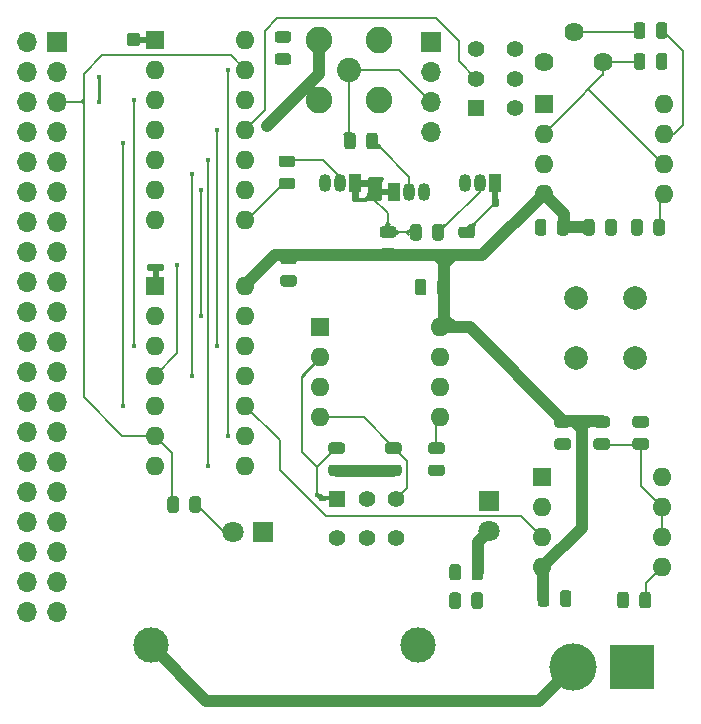
<source format=gbr>
%TF.GenerationSoftware,KiCad,Pcbnew,(5.99.0-2101-geb1ff80d5)*%
%TF.CreationDate,2020-11-29T13:35:49+01:00*%
%TF.ProjectId,CLK_stdln,434c4b5f-7374-4646-9c6e-2e6b69636164,rev?*%
%TF.SameCoordinates,Original*%
%TF.FileFunction,Copper,L1,Top*%
%TF.FilePolarity,Positive*%
%FSLAX46Y46*%
G04 Gerber Fmt 4.6, Leading zero omitted, Abs format (unit mm)*
G04 Created by KiCad (PCBNEW (5.99.0-2101-geb1ff80d5)) date 2020-11-29 13:35:49*
%MOMM*%
%LPD*%
G01*
G04 APERTURE LIST*
%TA.AperFunction,ComponentPad*%
%ADD10O,1.600000X1.600000*%
%TD*%
%TA.AperFunction,ComponentPad*%
%ADD11R,1.600000X1.600000*%
%TD*%
%TA.AperFunction,ComponentPad*%
%ADD12C,1.400000*%
%TD*%
%TA.AperFunction,ComponentPad*%
%ADD13R,1.400000X1.400000*%
%TD*%
%TA.AperFunction,ComponentPad*%
%ADD14C,2.250000*%
%TD*%
%TA.AperFunction,ComponentPad*%
%ADD15C,2.050000*%
%TD*%
%TA.AperFunction,ComponentPad*%
%ADD16C,2.000000*%
%TD*%
%TA.AperFunction,ComponentPad*%
%ADD17C,1.620000*%
%TD*%
%TA.AperFunction,ComponentPad*%
%ADD18R,1.050000X1.500000*%
%TD*%
%TA.AperFunction,ComponentPad*%
%ADD19O,1.050000X1.500000*%
%TD*%
%TA.AperFunction,ComponentPad*%
%ADD20O,1.700000X1.700000*%
%TD*%
%TA.AperFunction,ComponentPad*%
%ADD21R,1.700000X1.700000*%
%TD*%
%TA.AperFunction,ComponentPad*%
%ADD22C,4.000000*%
%TD*%
%TA.AperFunction,ComponentPad*%
%ADD23R,3.800000X3.800000*%
%TD*%
%TA.AperFunction,ComponentPad*%
%ADD24C,3.000000*%
%TD*%
%TA.AperFunction,ComponentPad*%
%ADD25C,1.800000*%
%TD*%
%TA.AperFunction,ComponentPad*%
%ADD26R,1.800000X1.800000*%
%TD*%
%TA.AperFunction,ViaPad*%
%ADD27C,0.800000*%
%TD*%
%TA.AperFunction,ViaPad*%
%ADD28C,0.450000*%
%TD*%
%TA.AperFunction,Conductor*%
%ADD29C,0.200000*%
%TD*%
%TA.AperFunction,Conductor*%
%ADD30C,1.000000*%
%TD*%
%TA.AperFunction,Conductor*%
%ADD31C,0.250000*%
%TD*%
%TA.AperFunction,Conductor*%
%ADD32C,0.254000*%
%TD*%
G04 APERTURE END LIST*
%TO.P,R287,2*%
%TO.N,+5V*%
%TA.AperFunction,SMDPad,CuDef*%
G36*
G01*
X187900000Y-139893750D02*
X187900000Y-140806250D01*
G75*
G02*
X187656250Y-141050000I-243750J0D01*
G01*
X187168750Y-141050000D01*
G75*
G02*
X186925000Y-140806250I0J243750D01*
G01*
X186925000Y-139893750D01*
G75*
G02*
X187168750Y-139650000I243750J0D01*
G01*
X187656250Y-139650000D01*
G75*
G02*
X187900000Y-139893750I0J-243750D01*
G01*
G37*
%TD.AperFunction*%
%TO.P,R287,1*%
%TO.N,Net-(D274-Pad2)*%
%TA.AperFunction,SMDPad,CuDef*%
G36*
G01*
X189775000Y-139893750D02*
X189775000Y-140806250D01*
G75*
G02*
X189531250Y-141050000I-243750J0D01*
G01*
X189043750Y-141050000D01*
G75*
G02*
X188800000Y-140806250I0J243750D01*
G01*
X188800000Y-139893750D01*
G75*
G02*
X189043750Y-139650000I243750J0D01*
G01*
X189531250Y-139650000D01*
G75*
G02*
X189775000Y-139893750I0J-243750D01*
G01*
G37*
%TD.AperFunction*%
%TD*%
%TO.P,R12,2*%
%TO.N,Net-(Q3-Pad1)*%
%TA.AperFunction,SMDPad,CuDef*%
G36*
G01*
X188846250Y-112060000D02*
X187933750Y-112060000D01*
G75*
G02*
X187690000Y-111816250I0J243750D01*
G01*
X187690000Y-111328750D01*
G75*
G02*
X187933750Y-111085000I243750J0D01*
G01*
X188846250Y-111085000D01*
G75*
G02*
X189090000Y-111328750I0J-243750D01*
G01*
X189090000Y-111816250D01*
G75*
G02*
X188846250Y-112060000I-243750J0D01*
G01*
G37*
%TD.AperFunction*%
%TO.P,R12,1*%
%TO.N,+5V*%
%TA.AperFunction,SMDPad,CuDef*%
G36*
G01*
X188846250Y-113935000D02*
X187933750Y-113935000D01*
G75*
G02*
X187690000Y-113691250I0J243750D01*
G01*
X187690000Y-113203750D01*
G75*
G02*
X187933750Y-112960000I243750J0D01*
G01*
X188846250Y-112960000D01*
G75*
G02*
X189090000Y-113203750I0J-243750D01*
G01*
X189090000Y-113691250D01*
G75*
G02*
X188846250Y-113935000I-243750J0D01*
G01*
G37*
%TD.AperFunction*%
%TD*%
%TO.P,R11,2*%
%TO.N,Net-(Q3-Pad2)*%
%TA.AperFunction,SMDPad,CuDef*%
G36*
G01*
X185472000Y-112032250D02*
X185472000Y-111119750D01*
G75*
G02*
X185715750Y-110876000I243750J0D01*
G01*
X186203250Y-110876000D01*
G75*
G02*
X186447000Y-111119750I0J-243750D01*
G01*
X186447000Y-112032250D01*
G75*
G02*
X186203250Y-112276000I-243750J0D01*
G01*
X185715750Y-112276000D01*
G75*
G02*
X185472000Y-112032250I0J243750D01*
G01*
G37*
%TD.AperFunction*%
%TO.P,R11,1*%
%TO.N,Net-(Q1-Pad1)*%
%TA.AperFunction,SMDPad,CuDef*%
G36*
G01*
X183597000Y-112032250D02*
X183597000Y-111119750D01*
G75*
G02*
X183840750Y-110876000I243750J0D01*
G01*
X184328250Y-110876000D01*
G75*
G02*
X184572000Y-111119750I0J-243750D01*
G01*
X184572000Y-112032250D01*
G75*
G02*
X184328250Y-112276000I-243750J0D01*
G01*
X183840750Y-112276000D01*
G75*
G02*
X183597000Y-112032250I0J243750D01*
G01*
G37*
%TD.AperFunction*%
%TD*%
%TO.P,R10,2*%
%TO.N,Net-(Q1-Pad1)*%
%TA.AperFunction,SMDPad,CuDef*%
G36*
G01*
X182182250Y-112026000D02*
X181269750Y-112026000D01*
G75*
G02*
X181026000Y-111782250I0J243750D01*
G01*
X181026000Y-111294750D01*
G75*
G02*
X181269750Y-111051000I243750J0D01*
G01*
X182182250Y-111051000D01*
G75*
G02*
X182426000Y-111294750I0J-243750D01*
G01*
X182426000Y-111782250D01*
G75*
G02*
X182182250Y-112026000I-243750J0D01*
G01*
G37*
%TD.AperFunction*%
%TO.P,R10,1*%
%TO.N,+5V*%
%TA.AperFunction,SMDPad,CuDef*%
G36*
G01*
X182182250Y-113901000D02*
X181269750Y-113901000D01*
G75*
G02*
X181026000Y-113657250I0J243750D01*
G01*
X181026000Y-113169750D01*
G75*
G02*
X181269750Y-112926000I243750J0D01*
G01*
X182182250Y-112926000D01*
G75*
G02*
X182426000Y-113169750I0J-243750D01*
G01*
X182426000Y-113657250D01*
G75*
G02*
X182182250Y-113901000I-243750J0D01*
G01*
G37*
%TD.AperFunction*%
%TD*%
%TO.P,R9,2*%
%TO.N,Net-(J1-Pad3)*%
%TA.AperFunction,SMDPad,CuDef*%
G36*
G01*
X178990000Y-103383750D02*
X178990000Y-104296250D01*
G75*
G02*
X178746250Y-104540000I-243750J0D01*
G01*
X178258750Y-104540000D01*
G75*
G02*
X178015000Y-104296250I0J243750D01*
G01*
X178015000Y-103383750D01*
G75*
G02*
X178258750Y-103140000I243750J0D01*
G01*
X178746250Y-103140000D01*
G75*
G02*
X178990000Y-103383750I0J-243750D01*
G01*
G37*
%TD.AperFunction*%
%TO.P,R9,1*%
%TO.N,Net-(Q2-Pad2)*%
%TA.AperFunction,SMDPad,CuDef*%
G36*
G01*
X180865000Y-103383750D02*
X180865000Y-104296250D01*
G75*
G02*
X180621250Y-104540000I-243750J0D01*
G01*
X180133750Y-104540000D01*
G75*
G02*
X179890000Y-104296250I0J243750D01*
G01*
X179890000Y-103383750D01*
G75*
G02*
X180133750Y-103140000I243750J0D01*
G01*
X180621250Y-103140000D01*
G75*
G02*
X180865000Y-103383750I0J-243750D01*
G01*
G37*
%TD.AperFunction*%
%TD*%
%TO.P,R8,2*%
%TO.N,Net-(R8-Pad2)*%
%TA.AperFunction,SMDPad,CuDef*%
G36*
G01*
X182628750Y-130330000D02*
X181716250Y-130330000D01*
G75*
G02*
X181472500Y-130086250I0J243750D01*
G01*
X181472500Y-129598750D01*
G75*
G02*
X181716250Y-129355000I243750J0D01*
G01*
X182628750Y-129355000D01*
G75*
G02*
X182872500Y-129598750I0J-243750D01*
G01*
X182872500Y-130086250D01*
G75*
G02*
X182628750Y-130330000I-243750J0D01*
G01*
G37*
%TD.AperFunction*%
%TO.P,R8,1*%
%TO.N,+5V*%
%TA.AperFunction,SMDPad,CuDef*%
G36*
G01*
X182628750Y-132205000D02*
X181716250Y-132205000D01*
G75*
G02*
X181472500Y-131961250I0J243750D01*
G01*
X181472500Y-131473750D01*
G75*
G02*
X181716250Y-131230000I243750J0D01*
G01*
X182628750Y-131230000D01*
G75*
G02*
X182872500Y-131473750I0J-243750D01*
G01*
X182872500Y-131961250D01*
G75*
G02*
X182628750Y-132205000I-243750J0D01*
G01*
G37*
%TD.AperFunction*%
%TD*%
%TO.P,R7,2*%
%TO.N,Net-(Q1-Pad2)*%
%TA.AperFunction,SMDPad,CuDef*%
G36*
G01*
X173616250Y-106056000D02*
X172703750Y-106056000D01*
G75*
G02*
X172460000Y-105812250I0J243750D01*
G01*
X172460000Y-105324750D01*
G75*
G02*
X172703750Y-105081000I243750J0D01*
G01*
X173616250Y-105081000D01*
G75*
G02*
X173860000Y-105324750I0J-243750D01*
G01*
X173860000Y-105812250D01*
G75*
G02*
X173616250Y-106056000I-243750J0D01*
G01*
G37*
%TD.AperFunction*%
%TO.P,R7,1*%
%TO.N,NE555_CLK*%
%TA.AperFunction,SMDPad,CuDef*%
G36*
G01*
X173616250Y-107931000D02*
X172703750Y-107931000D01*
G75*
G02*
X172460000Y-107687250I0J243750D01*
G01*
X172460000Y-107199750D01*
G75*
G02*
X172703750Y-106956000I243750J0D01*
G01*
X173616250Y-106956000D01*
G75*
G02*
X173860000Y-107199750I0J-243750D01*
G01*
X173860000Y-107687250D01*
G75*
G02*
X173616250Y-107931000I-243750J0D01*
G01*
G37*
%TD.AperFunction*%
%TD*%
%TO.P,R6,2*%
%TO.N,Net-(R6-Pad2)*%
%TA.AperFunction,SMDPad,CuDef*%
G36*
G01*
X177838750Y-130330000D02*
X176926250Y-130330000D01*
G75*
G02*
X176682500Y-130086250I0J243750D01*
G01*
X176682500Y-129598750D01*
G75*
G02*
X176926250Y-129355000I243750J0D01*
G01*
X177838750Y-129355000D01*
G75*
G02*
X178082500Y-129598750I0J-243750D01*
G01*
X178082500Y-130086250D01*
G75*
G02*
X177838750Y-130330000I-243750J0D01*
G01*
G37*
%TD.AperFunction*%
%TO.P,R6,1*%
%TO.N,+5V*%
%TA.AperFunction,SMDPad,CuDef*%
G36*
G01*
X177838750Y-132205000D02*
X176926250Y-132205000D01*
G75*
G02*
X176682500Y-131961250I0J243750D01*
G01*
X176682500Y-131473750D01*
G75*
G02*
X176926250Y-131230000I243750J0D01*
G01*
X177838750Y-131230000D01*
G75*
G02*
X178082500Y-131473750I0J-243750D01*
G01*
X178082500Y-131961250D01*
G75*
G02*
X177838750Y-132205000I-243750J0D01*
G01*
G37*
%TD.AperFunction*%
%TD*%
%TO.P,R5,2*%
%TO.N,Net-(D1-Pad2)*%
%TA.AperFunction,SMDPad,CuDef*%
G36*
G01*
X164920000Y-135076250D02*
X164920000Y-134163750D01*
G75*
G02*
X165163750Y-133920000I243750J0D01*
G01*
X165651250Y-133920000D01*
G75*
G02*
X165895000Y-134163750I0J-243750D01*
G01*
X165895000Y-135076250D01*
G75*
G02*
X165651250Y-135320000I-243750J0D01*
G01*
X165163750Y-135320000D01*
G75*
G02*
X164920000Y-135076250I0J243750D01*
G01*
G37*
%TD.AperFunction*%
%TO.P,R5,1*%
%TO.N,CLK*%
%TA.AperFunction,SMDPad,CuDef*%
G36*
G01*
X163045000Y-135076250D02*
X163045000Y-134163750D01*
G75*
G02*
X163288750Y-133920000I243750J0D01*
G01*
X163776250Y-133920000D01*
G75*
G02*
X164020000Y-134163750I0J-243750D01*
G01*
X164020000Y-135076250D01*
G75*
G02*
X163776250Y-135320000I-243750J0D01*
G01*
X163288750Y-135320000D01*
G75*
G02*
X163045000Y-135076250I0J243750D01*
G01*
G37*
%TD.AperFunction*%
%TD*%
%TO.P,R4,2*%
%TO.N,Net-(C7-Pad1)*%
%TA.AperFunction,SMDPad,CuDef*%
G36*
G01*
X199365750Y-128999000D02*
X200278250Y-128999000D01*
G75*
G02*
X200522000Y-129242750I0J-243750D01*
G01*
X200522000Y-129730250D01*
G75*
G02*
X200278250Y-129974000I-243750J0D01*
G01*
X199365750Y-129974000D01*
G75*
G02*
X199122000Y-129730250I0J243750D01*
G01*
X199122000Y-129242750D01*
G75*
G02*
X199365750Y-128999000I243750J0D01*
G01*
G37*
%TD.AperFunction*%
%TO.P,R4,1*%
%TO.N,+5V*%
%TA.AperFunction,SMDPad,CuDef*%
G36*
G01*
X199365750Y-127124000D02*
X200278250Y-127124000D01*
G75*
G02*
X200522000Y-127367750I0J-243750D01*
G01*
X200522000Y-127855250D01*
G75*
G02*
X200278250Y-128099000I-243750J0D01*
G01*
X199365750Y-128099000D01*
G75*
G02*
X199122000Y-127855250I0J243750D01*
G01*
X199122000Y-127367750D01*
G75*
G02*
X199365750Y-127124000I243750J0D01*
G01*
G37*
%TD.AperFunction*%
%TD*%
%TO.P,R3,2*%
%TO.N,Net-(R3-Pad2)*%
%TA.AperFunction,SMDPad,CuDef*%
G36*
G01*
X196065750Y-128999000D02*
X196978250Y-128999000D01*
G75*
G02*
X197222000Y-129242750I0J-243750D01*
G01*
X197222000Y-129730250D01*
G75*
G02*
X196978250Y-129974000I-243750J0D01*
G01*
X196065750Y-129974000D01*
G75*
G02*
X195822000Y-129730250I0J243750D01*
G01*
X195822000Y-129242750D01*
G75*
G02*
X196065750Y-128999000I243750J0D01*
G01*
G37*
%TD.AperFunction*%
%TO.P,R3,1*%
%TO.N,+5V*%
%TA.AperFunction,SMDPad,CuDef*%
G36*
G01*
X196065750Y-127124000D02*
X196978250Y-127124000D01*
G75*
G02*
X197222000Y-127367750I0J-243750D01*
G01*
X197222000Y-127855250D01*
G75*
G02*
X196978250Y-128099000I-243750J0D01*
G01*
X196065750Y-128099000D01*
G75*
G02*
X195822000Y-127855250I0J243750D01*
G01*
X195822000Y-127367750D01*
G75*
G02*
X196065750Y-127124000I243750J0D01*
G01*
G37*
%TD.AperFunction*%
%TD*%
%TO.P,R2,2*%
%TO.N,Net-(R2-Pad2)*%
%TA.AperFunction,SMDPad,CuDef*%
G36*
G01*
X200117500Y-111606250D02*
X200117500Y-110693750D01*
G75*
G02*
X200361250Y-110450000I243750J0D01*
G01*
X200848750Y-110450000D01*
G75*
G02*
X201092500Y-110693750I0J-243750D01*
G01*
X201092500Y-111606250D01*
G75*
G02*
X200848750Y-111850000I-243750J0D01*
G01*
X200361250Y-111850000D01*
G75*
G02*
X200117500Y-111606250I0J243750D01*
G01*
G37*
%TD.AperFunction*%
%TO.P,R2,1*%
%TO.N,+5V*%
%TA.AperFunction,SMDPad,CuDef*%
G36*
G01*
X198242500Y-111606250D02*
X198242500Y-110693750D01*
G75*
G02*
X198486250Y-110450000I243750J0D01*
G01*
X198973750Y-110450000D01*
G75*
G02*
X199217500Y-110693750I0J-243750D01*
G01*
X199217500Y-111606250D01*
G75*
G02*
X198973750Y-111850000I-243750J0D01*
G01*
X198486250Y-111850000D01*
G75*
G02*
X198242500Y-111606250I0J243750D01*
G01*
G37*
%TD.AperFunction*%
%TD*%
%TO.P,R1,2*%
%TO.N,Net-(R1-Pad2)*%
%TA.AperFunction,SMDPad,CuDef*%
G36*
G01*
X204412000Y-94944250D02*
X204412000Y-94031750D01*
G75*
G02*
X204655750Y-93788000I243750J0D01*
G01*
X205143250Y-93788000D01*
G75*
G02*
X205387000Y-94031750I0J-243750D01*
G01*
X205387000Y-94944250D01*
G75*
G02*
X205143250Y-95188000I-243750J0D01*
G01*
X204655750Y-95188000D01*
G75*
G02*
X204412000Y-94944250I0J243750D01*
G01*
G37*
%TD.AperFunction*%
%TO.P,R1,1*%
%TO.N,Net-(R1-Pad1)*%
%TA.AperFunction,SMDPad,CuDef*%
G36*
G01*
X202537000Y-94944250D02*
X202537000Y-94031750D01*
G75*
G02*
X202780750Y-93788000I243750J0D01*
G01*
X203268250Y-93788000D01*
G75*
G02*
X203512000Y-94031750I0J-243750D01*
G01*
X203512000Y-94944250D01*
G75*
G02*
X203268250Y-95188000I-243750J0D01*
G01*
X202780750Y-95188000D01*
G75*
G02*
X202537000Y-94944250I0J243750D01*
G01*
G37*
%TD.AperFunction*%
%TD*%
%TO.P,C17,2*%
%TO.N,GND*%
%TA.AperFunction,SMDPad,CuDef*%
G36*
G01*
X188790000Y-143206250D02*
X188790000Y-142293750D01*
G75*
G02*
X189033750Y-142050000I243750J0D01*
G01*
X189521250Y-142050000D01*
G75*
G02*
X189765000Y-142293750I0J-243750D01*
G01*
X189765000Y-143206250D01*
G75*
G02*
X189521250Y-143450000I-243750J0D01*
G01*
X189033750Y-143450000D01*
G75*
G02*
X188790000Y-143206250I0J243750D01*
G01*
G37*
%TD.AperFunction*%
%TO.P,C17,1*%
%TO.N,+5V*%
%TA.AperFunction,SMDPad,CuDef*%
G36*
G01*
X186915000Y-143206250D02*
X186915000Y-142293750D01*
G75*
G02*
X187158750Y-142050000I243750J0D01*
G01*
X187646250Y-142050000D01*
G75*
G02*
X187890000Y-142293750I0J-243750D01*
G01*
X187890000Y-143206250D01*
G75*
G02*
X187646250Y-143450000I-243750J0D01*
G01*
X187158750Y-143450000D01*
G75*
G02*
X186915000Y-143206250I0J243750D01*
G01*
G37*
%TD.AperFunction*%
%TD*%
%TO.P,C10,2*%
%TO.N,GND*%
%TA.AperFunction,SMDPad,CuDef*%
G36*
G01*
X184972500Y-115763750D02*
X184972500Y-116676250D01*
G75*
G02*
X184728750Y-116920000I-243750J0D01*
G01*
X184241250Y-116920000D01*
G75*
G02*
X183997500Y-116676250I0J243750D01*
G01*
X183997500Y-115763750D01*
G75*
G02*
X184241250Y-115520000I243750J0D01*
G01*
X184728750Y-115520000D01*
G75*
G02*
X184972500Y-115763750I0J-243750D01*
G01*
G37*
%TD.AperFunction*%
%TO.P,C10,1*%
%TO.N,+5V*%
%TA.AperFunction,SMDPad,CuDef*%
G36*
G01*
X186847500Y-115763750D02*
X186847500Y-116676250D01*
G75*
G02*
X186603750Y-116920000I-243750J0D01*
G01*
X186116250Y-116920000D01*
G75*
G02*
X185872500Y-116676250I0J243750D01*
G01*
X185872500Y-115763750D01*
G75*
G02*
X186116250Y-115520000I243750J0D01*
G01*
X186603750Y-115520000D01*
G75*
G02*
X186847500Y-115763750I0J-243750D01*
G01*
G37*
%TD.AperFunction*%
%TD*%
%TO.P,C9,2*%
%TO.N,GND*%
%TA.AperFunction,SMDPad,CuDef*%
G36*
G01*
X185376250Y-131230000D02*
X186288750Y-131230000D01*
G75*
G02*
X186532500Y-131473750I0J-243750D01*
G01*
X186532500Y-131961250D01*
G75*
G02*
X186288750Y-132205000I-243750J0D01*
G01*
X185376250Y-132205000D01*
G75*
G02*
X185132500Y-131961250I0J243750D01*
G01*
X185132500Y-131473750D01*
G75*
G02*
X185376250Y-131230000I243750J0D01*
G01*
G37*
%TD.AperFunction*%
%TO.P,C9,1*%
%TO.N,Net-(C9-Pad1)*%
%TA.AperFunction,SMDPad,CuDef*%
G36*
G01*
X185376250Y-129355000D02*
X186288750Y-129355000D01*
G75*
G02*
X186532500Y-129598750I0J-243750D01*
G01*
X186532500Y-130086250D01*
G75*
G02*
X186288750Y-130330000I-243750J0D01*
G01*
X185376250Y-130330000D01*
G75*
G02*
X185132500Y-130086250I0J243750D01*
G01*
X185132500Y-129598750D01*
G75*
G02*
X185376250Y-129355000I243750J0D01*
G01*
G37*
%TD.AperFunction*%
%TD*%
%TO.P,C8,2*%
%TO.N,GND*%
%TA.AperFunction,SMDPad,CuDef*%
G36*
G01*
X203295000Y-110693750D02*
X203295000Y-111606250D01*
G75*
G02*
X203051250Y-111850000I-243750J0D01*
G01*
X202563750Y-111850000D01*
G75*
G02*
X202320000Y-111606250I0J243750D01*
G01*
X202320000Y-110693750D01*
G75*
G02*
X202563750Y-110450000I243750J0D01*
G01*
X203051250Y-110450000D01*
G75*
G02*
X203295000Y-110693750I0J-243750D01*
G01*
G37*
%TD.AperFunction*%
%TO.P,C8,1*%
%TO.N,Net-(C8-Pad1)*%
%TA.AperFunction,SMDPad,CuDef*%
G36*
G01*
X205170000Y-110693750D02*
X205170000Y-111606250D01*
G75*
G02*
X204926250Y-111850000I-243750J0D01*
G01*
X204438750Y-111850000D01*
G75*
G02*
X204195000Y-111606250I0J243750D01*
G01*
X204195000Y-110693750D01*
G75*
G02*
X204438750Y-110450000I243750J0D01*
G01*
X204926250Y-110450000D01*
G75*
G02*
X205170000Y-110693750I0J-243750D01*
G01*
G37*
%TD.AperFunction*%
%TD*%
%TO.P,C7,2*%
%TO.N,GND*%
%TA.AperFunction,SMDPad,CuDef*%
G36*
G01*
X203578250Y-128099000D02*
X202665750Y-128099000D01*
G75*
G02*
X202422000Y-127855250I0J243750D01*
G01*
X202422000Y-127367750D01*
G75*
G02*
X202665750Y-127124000I243750J0D01*
G01*
X203578250Y-127124000D01*
G75*
G02*
X203822000Y-127367750I0J-243750D01*
G01*
X203822000Y-127855250D01*
G75*
G02*
X203578250Y-128099000I-243750J0D01*
G01*
G37*
%TD.AperFunction*%
%TO.P,C7,1*%
%TO.N,Net-(C7-Pad1)*%
%TA.AperFunction,SMDPad,CuDef*%
G36*
G01*
X203578250Y-129974000D02*
X202665750Y-129974000D01*
G75*
G02*
X202422000Y-129730250I0J243750D01*
G01*
X202422000Y-129242750D01*
G75*
G02*
X202665750Y-128999000I243750J0D01*
G01*
X203578250Y-128999000D01*
G75*
G02*
X203822000Y-129242750I0J-243750D01*
G01*
X203822000Y-129730250D01*
G75*
G02*
X203578250Y-129974000I-243750J0D01*
G01*
G37*
%TD.AperFunction*%
%TD*%
%TO.P,C6,2*%
%TO.N,GND*%
%TA.AperFunction,SMDPad,CuDef*%
G36*
G01*
X204412000Y-97554250D02*
X204412000Y-96641750D01*
G75*
G02*
X204655750Y-96398000I243750J0D01*
G01*
X205143250Y-96398000D01*
G75*
G02*
X205387000Y-96641750I0J-243750D01*
G01*
X205387000Y-97554250D01*
G75*
G02*
X205143250Y-97798000I-243750J0D01*
G01*
X204655750Y-97798000D01*
G75*
G02*
X204412000Y-97554250I0J243750D01*
G01*
G37*
%TD.AperFunction*%
%TO.P,C6,1*%
%TO.N,Net-(C6-Pad1)*%
%TA.AperFunction,SMDPad,CuDef*%
G36*
G01*
X202537000Y-97554250D02*
X202537000Y-96641750D01*
G75*
G02*
X202780750Y-96398000I243750J0D01*
G01*
X203268250Y-96398000D01*
G75*
G02*
X203512000Y-96641750I0J-243750D01*
G01*
X203512000Y-97554250D01*
G75*
G02*
X203268250Y-97798000I-243750J0D01*
G01*
X202780750Y-97798000D01*
G75*
G02*
X202537000Y-97554250I0J243750D01*
G01*
G37*
%TD.AperFunction*%
%TD*%
%TO.P,C5,2*%
%TO.N,GND*%
%TA.AperFunction,SMDPad,CuDef*%
G36*
G01*
X173286250Y-95520000D02*
X172373750Y-95520000D01*
G75*
G02*
X172130000Y-95276250I0J243750D01*
G01*
X172130000Y-94788750D01*
G75*
G02*
X172373750Y-94545000I243750J0D01*
G01*
X173286250Y-94545000D01*
G75*
G02*
X173530000Y-94788750I0J-243750D01*
G01*
X173530000Y-95276250D01*
G75*
G02*
X173286250Y-95520000I-243750J0D01*
G01*
G37*
%TD.AperFunction*%
%TO.P,C5,1*%
%TO.N,+5V*%
%TA.AperFunction,SMDPad,CuDef*%
G36*
G01*
X173286250Y-97395000D02*
X172373750Y-97395000D01*
G75*
G02*
X172130000Y-97151250I0J243750D01*
G01*
X172130000Y-96663750D01*
G75*
G02*
X172373750Y-96420000I243750J0D01*
G01*
X173286250Y-96420000D01*
G75*
G02*
X173530000Y-96663750I0J-243750D01*
G01*
X173530000Y-97151250D01*
G75*
G02*
X173286250Y-97395000I-243750J0D01*
G01*
G37*
%TD.AperFunction*%
%TD*%
%TO.P,C4,2*%
%TO.N,GND*%
%TA.AperFunction,SMDPad,CuDef*%
G36*
G01*
X172843750Y-115190000D02*
X173756250Y-115190000D01*
G75*
G02*
X174000000Y-115433750I0J-243750D01*
G01*
X174000000Y-115921250D01*
G75*
G02*
X173756250Y-116165000I-243750J0D01*
G01*
X172843750Y-116165000D01*
G75*
G02*
X172600000Y-115921250I0J243750D01*
G01*
X172600000Y-115433750D01*
G75*
G02*
X172843750Y-115190000I243750J0D01*
G01*
G37*
%TD.AperFunction*%
%TO.P,C4,1*%
%TO.N,+5V*%
%TA.AperFunction,SMDPad,CuDef*%
G36*
G01*
X172843750Y-113315000D02*
X173756250Y-113315000D01*
G75*
G02*
X174000000Y-113558750I0J-243750D01*
G01*
X174000000Y-114046250D01*
G75*
G02*
X173756250Y-114290000I-243750J0D01*
G01*
X172843750Y-114290000D01*
G75*
G02*
X172600000Y-114046250I0J243750D01*
G01*
X172600000Y-113558750D01*
G75*
G02*
X172843750Y-113315000I243750J0D01*
G01*
G37*
%TD.AperFunction*%
%TD*%
%TO.P,C3,2*%
%TO.N,GND*%
%TA.AperFunction,SMDPad,CuDef*%
G36*
G01*
X202117000Y-142247750D02*
X202117000Y-143160250D01*
G75*
G02*
X201873250Y-143404000I-243750J0D01*
G01*
X201385750Y-143404000D01*
G75*
G02*
X201142000Y-143160250I0J243750D01*
G01*
X201142000Y-142247750D01*
G75*
G02*
X201385750Y-142004000I243750J0D01*
G01*
X201873250Y-142004000D01*
G75*
G02*
X202117000Y-142247750I0J-243750D01*
G01*
G37*
%TD.AperFunction*%
%TO.P,C3,1*%
%TO.N,Net-(C3-Pad1)*%
%TA.AperFunction,SMDPad,CuDef*%
G36*
G01*
X203992000Y-142247750D02*
X203992000Y-143160250D01*
G75*
G02*
X203748250Y-143404000I-243750J0D01*
G01*
X203260750Y-143404000D01*
G75*
G02*
X203017000Y-143160250I0J243750D01*
G01*
X203017000Y-142247750D01*
G75*
G02*
X203260750Y-142004000I243750J0D01*
G01*
X203748250Y-142004000D01*
G75*
G02*
X203992000Y-142247750I0J-243750D01*
G01*
G37*
%TD.AperFunction*%
%TD*%
%TO.P,C2,2*%
%TO.N,GND*%
%TA.AperFunction,SMDPad,CuDef*%
G36*
G01*
X196287000Y-143040250D02*
X196287000Y-142127750D01*
G75*
G02*
X196530750Y-141884000I243750J0D01*
G01*
X197018250Y-141884000D01*
G75*
G02*
X197262000Y-142127750I0J-243750D01*
G01*
X197262000Y-143040250D01*
G75*
G02*
X197018250Y-143284000I-243750J0D01*
G01*
X196530750Y-143284000D01*
G75*
G02*
X196287000Y-143040250I0J243750D01*
G01*
G37*
%TD.AperFunction*%
%TO.P,C2,1*%
%TO.N,+5V*%
%TA.AperFunction,SMDPad,CuDef*%
G36*
G01*
X194412000Y-143040250D02*
X194412000Y-142127750D01*
G75*
G02*
X194655750Y-141884000I243750J0D01*
G01*
X195143250Y-141884000D01*
G75*
G02*
X195387000Y-142127750I0J-243750D01*
G01*
X195387000Y-143040250D01*
G75*
G02*
X195143250Y-143284000I-243750J0D01*
G01*
X194655750Y-143284000D01*
G75*
G02*
X194412000Y-143040250I0J243750D01*
G01*
G37*
%TD.AperFunction*%
%TD*%
%TO.P,C1,2*%
%TO.N,GND*%
%TA.AperFunction,SMDPad,CuDef*%
G36*
G01*
X195140000Y-110693750D02*
X195140000Y-111606250D01*
G75*
G02*
X194896250Y-111850000I-243750J0D01*
G01*
X194408750Y-111850000D01*
G75*
G02*
X194165000Y-111606250I0J243750D01*
G01*
X194165000Y-110693750D01*
G75*
G02*
X194408750Y-110450000I243750J0D01*
G01*
X194896250Y-110450000D01*
G75*
G02*
X195140000Y-110693750I0J-243750D01*
G01*
G37*
%TD.AperFunction*%
%TO.P,C1,1*%
%TO.N,+5V*%
%TA.AperFunction,SMDPad,CuDef*%
G36*
G01*
X197015000Y-110693750D02*
X197015000Y-111606250D01*
G75*
G02*
X196771250Y-111850000I-243750J0D01*
G01*
X196283750Y-111850000D01*
G75*
G02*
X196040000Y-111606250I0J243750D01*
G01*
X196040000Y-110693750D01*
G75*
G02*
X196283750Y-110450000I243750J0D01*
G01*
X196771250Y-110450000D01*
G75*
G02*
X197015000Y-110693750I0J-243750D01*
G01*
G37*
%TD.AperFunction*%
%TD*%
D10*
%TO.P,U3,8,VCC*%
%TO.N,+5V*%
X205060000Y-100700000D03*
%TO.P,U3,4,R*%
X194900000Y-108320000D03*
%TO.P,U3,7,DIS*%
%TO.N,Net-(R1-Pad2)*%
X205060000Y-103240000D03*
%TO.P,U3,3,Q*%
%TO.N,NE555A*%
X194900000Y-105780000D03*
%TO.P,U3,6,THR*%
%TO.N,Net-(C6-Pad1)*%
X205060000Y-105780000D03*
%TO.P,U3,2,TR*%
X194900000Y-103240000D03*
%TO.P,U3,5,CV*%
%TO.N,Net-(C8-Pad1)*%
X205060000Y-108320000D03*
D11*
%TO.P,U3,1,GND*%
%TO.N,GND*%
X194900000Y-100700000D03*
%TD*%
D12*
%TO.P,SW2,6*%
%TO.N,N/C*%
X182412500Y-137430000D03*
%TO.P,SW2,5*%
X179912500Y-137430000D03*
%TO.P,SW2,4*%
X177412500Y-137430000D03*
%TO.P,SW2,3,C*%
%TO.N,Net-(R8-Pad2)*%
X182412500Y-134130000D03*
%TO.P,SW2,2,B*%
%TO.N,GND*%
X179912500Y-134130000D03*
D13*
%TO.P,SW2,1,A*%
%TO.N,Net-(R6-Pad2)*%
X177412500Y-134130000D03*
%TD*%
D14*
%TO.P,J2,2,Ext*%
%TO.N,GND*%
X175884000Y-100368000D03*
X175884000Y-95288000D03*
X180964000Y-95288000D03*
X180964000Y-100368000D03*
D15*
%TO.P,J2,1,In*%
%TO.N,Net-(J1-Pad3)*%
X178424000Y-97828000D03*
%TD*%
D10*
%TO.P,U1,14,VCC*%
%TO.N,+5V*%
X169640000Y-116090000D03*
%TO.P,U1,7,GND*%
%TO.N,GND*%
X162020000Y-131330000D03*
%TO.P,U1,13*%
%TO.N,Net-(U1-Pad13)*%
X169640000Y-118630000D03*
%TO.P,U1,6*%
%TO.N,CLK*%
X162020000Y-128790000D03*
%TO.P,U1,12*%
%TO.N,Net-(U1-Pad12)*%
X169640000Y-121170000D03*
%TO.P,U1,5*%
%TO.N,Net-(U1-Pad5)*%
X162020000Y-126250000D03*
%TO.P,U1,11*%
%TO.N,Net-(U1-Pad11)*%
X169640000Y-123710000D03*
%TO.P,U1,4*%
%TO.N,Net-(Q3-Pad1)*%
X162020000Y-123710000D03*
%TO.P,U1,10*%
%TO.N,NE555B*%
X169640000Y-126250000D03*
%TO.P,U1,3*%
%TO.N,Net-(U1-Pad3)*%
X162020000Y-121170000D03*
%TO.P,U1,9*%
%TO.N,Net-(U1-Pad9)*%
X169640000Y-128790000D03*
%TO.P,U1,2*%
%TO.N,NE555C*%
X162020000Y-118630000D03*
%TO.P,U1,8*%
%TO.N,Net-(U1-Pad8)*%
X169640000Y-131330000D03*
D11*
%TO.P,U1,1*%
%TO.N,NE555A*%
X162020000Y-116090000D03*
%TD*%
D10*
%TO.P,U2,14,VCC*%
%TO.N,+5V*%
X169640000Y-95258000D03*
%TO.P,U2,7,GND*%
%TO.N,GND*%
X162020000Y-110498000D03*
%TO.P,U2,13*%
%TO.N,CLK*%
X169640000Y-97798000D03*
%TO.P,U2,6*%
%TO.N,Net-(U1-Pad13)*%
X162020000Y-107958000D03*
%TO.P,U2,12*%
%TO.N,~CLK*%
X169640000Y-100338000D03*
%TO.P,U2,5*%
%TO.N,Net-(U1-Pad8)*%
X162020000Y-105418000D03*
%TO.P,U2,11*%
%TO.N,HLT*%
X169640000Y-102878000D03*
%TO.P,U2,4*%
%TO.N,Net-(U1-Pad12)*%
X162020000Y-102878000D03*
%TO.P,U2,10*%
%TO.N,Net-(U1-Pad5)*%
X169640000Y-105418000D03*
%TO.P,U2,3*%
%TO.N,Net-(U1-Pad3)*%
X162020000Y-100338000D03*
%TO.P,U2,9*%
%TO.N,Net-(U1-Pad11)*%
X169640000Y-107958000D03*
%TO.P,U2,2*%
%TO.N,Net-(U1-Pad9)*%
X162020000Y-97798000D03*
%TO.P,U2,8*%
%TO.N,NE555_CLK*%
X169640000Y-110498000D03*
D11*
%TO.P,U2,1*%
%TO.N,NE555C*%
X162020000Y-95258000D03*
%TD*%
D10*
%TO.P,U4,8,VCC*%
%TO.N,+5V*%
X204952000Y-132324000D03*
%TO.P,U4,4,R*%
X194792000Y-139944000D03*
%TO.P,U4,7,DIS*%
%TO.N,Net-(C7-Pad1)*%
X204952000Y-134864000D03*
%TO.P,U4,3,Q*%
%TO.N,NE555B*%
X194792000Y-137404000D03*
%TO.P,U4,6,THR*%
%TO.N,Net-(C7-Pad1)*%
X204952000Y-137404000D03*
%TO.P,U4,2,TR*%
%TO.N,Net-(R3-Pad2)*%
X194792000Y-134864000D03*
%TO.P,U4,5,CV*%
%TO.N,Net-(C3-Pad1)*%
X204952000Y-139944000D03*
D11*
%TO.P,U4,1,GND*%
%TO.N,GND*%
X194792000Y-132324000D03*
%TD*%
D10*
%TO.P,U5,8,VCC*%
%TO.N,+5V*%
X186142500Y-119630000D03*
%TO.P,U5,4,R*%
%TO.N,Net-(R8-Pad2)*%
X175982500Y-127250000D03*
%TO.P,U5,7,DIS*%
%TO.N,Net-(U5-Pad7)*%
X186142500Y-122170000D03*
%TO.P,U5,3,Q*%
%TO.N,NE555C*%
X175982500Y-124710000D03*
%TO.P,U5,6,THR*%
%TO.N,GND*%
X186142500Y-124710000D03*
%TO.P,U5,2,TR*%
%TO.N,Net-(R6-Pad2)*%
X175982500Y-122170000D03*
%TO.P,U5,5,CV*%
%TO.N,Net-(C9-Pad1)*%
X186142500Y-127250000D03*
D11*
%TO.P,U5,1,GND*%
%TO.N,GND*%
X175982500Y-119630000D03*
%TD*%
D12*
%TO.P,SW3,6*%
%TO.N,N/C*%
X192510000Y-96060000D03*
%TO.P,SW3,5*%
X192510000Y-98560000D03*
%TO.P,SW3,4*%
X192510000Y-101060000D03*
%TO.P,SW3,3,C*%
%TO.N,+5V*%
X189210000Y-96060000D03*
%TO.P,SW3,2,B*%
%TO.N,HLT*%
X189210000Y-98560000D03*
D13*
%TO.P,SW3,1,A*%
%TO.N,GND*%
X189210000Y-101060000D03*
%TD*%
D16*
%TO.P,SW1,3*%
%TO.N,N/C*%
X202612000Y-117174000D03*
%TO.P,SW1,4*%
X197612000Y-117174000D03*
%TO.P,SW1,2,2*%
%TO.N,Net-(R3-Pad2)*%
X197612000Y-122174000D03*
%TO.P,SW1,1,1*%
%TO.N,GND*%
X202612000Y-122174000D03*
%TD*%
D17*
%TO.P,RV1,1,1*%
%TO.N,Net-(RV1-Pad1)*%
X194950000Y-97130000D03*
%TO.P,RV1,2,2*%
%TO.N,Net-(R1-Pad1)*%
X197450000Y-94630000D03*
%TO.P,RV1,3,3*%
%TO.N,Net-(C6-Pad1)*%
X199950000Y-97130000D03*
%TD*%
D18*
%TO.P,Q3,1,C*%
%TO.N,Net-(Q3-Pad1)*%
X190762000Y-107402000D03*
D19*
%TO.P,Q3,3,E*%
%TO.N,GND*%
X188222000Y-107402000D03*
%TO.P,Q3,2,B*%
%TO.N,Net-(Q3-Pad2)*%
X189492000Y-107402000D03*
%TD*%
D18*
%TO.P,Q2,1,C*%
%TO.N,Net-(Q1-Pad1)*%
X182234000Y-108116000D03*
D19*
%TO.P,Q2,3,E*%
%TO.N,GND*%
X184774000Y-108116000D03*
%TO.P,Q2,2,B*%
%TO.N,Net-(Q2-Pad2)*%
X183504000Y-108116000D03*
%TD*%
D18*
%TO.P,Q1,1,C*%
%TO.N,Net-(Q1-Pad1)*%
X178932000Y-107396000D03*
D19*
%TO.P,Q1,3,E*%
%TO.N,GND*%
X176392000Y-107396000D03*
%TO.P,Q1,2,B*%
%TO.N,Net-(Q1-Pad2)*%
X177662000Y-107396000D03*
%TD*%
D20*
%TO.P,J4,40,Pin_40*%
%TO.N,+5V*%
X151140000Y-143700000D03*
%TO.P,J4,39,Pin_39*%
X153680000Y-143700000D03*
%TO.P,J4,38,Pin_38*%
%TO.N,Net-(J4-Pad38)*%
X151140000Y-141160000D03*
%TO.P,J4,37,Pin_37*%
%TO.N,Net-(J4-Pad37)*%
X153680000Y-141160000D03*
%TO.P,J4,36,Pin_36*%
%TO.N,Net-(J4-Pad36)*%
X151140000Y-138620000D03*
%TO.P,J4,35,Pin_35*%
%TO.N,Net-(J4-Pad35)*%
X153680000Y-138620000D03*
%TO.P,J4,34,Pin_34*%
%TO.N,Net-(J4-Pad34)*%
X151140000Y-136080000D03*
%TO.P,J4,33,Pin_33*%
%TO.N,Net-(J4-Pad33)*%
X153680000Y-136080000D03*
%TO.P,J4,32,Pin_32*%
%TO.N,Net-(J4-Pad32)*%
X151140000Y-133540000D03*
%TO.P,J4,31,Pin_31*%
%TO.N,Net-(J4-Pad31)*%
X153680000Y-133540000D03*
%TO.P,J4,30,Pin_30*%
%TO.N,Net-(J4-Pad30)*%
X151140000Y-131000000D03*
%TO.P,J4,29,Pin_29*%
%TO.N,Net-(J4-Pad29)*%
X153680000Y-131000000D03*
%TO.P,J4,28,Pin_28*%
%TO.N,Net-(J4-Pad28)*%
X151140000Y-128460000D03*
%TO.P,J4,27,Pin_27*%
%TO.N,Net-(J4-Pad27)*%
X153680000Y-128460000D03*
%TO.P,J4,26,Pin_26*%
%TO.N,Net-(J4-Pad26)*%
X151140000Y-125920000D03*
%TO.P,J4,25,Pin_25*%
%TO.N,Net-(J4-Pad25)*%
X153680000Y-125920000D03*
%TO.P,J4,24,Pin_24*%
%TO.N,Net-(J4-Pad24)*%
X151140000Y-123380000D03*
%TO.P,J4,23,Pin_23*%
%TO.N,Net-(J4-Pad23)*%
X153680000Y-123380000D03*
%TO.P,J4,22,Pin_22*%
%TO.N,+5V*%
X151140000Y-120840000D03*
%TO.P,J4,21,Pin_21*%
X153680000Y-120840000D03*
%TO.P,J4,20,Pin_20*%
%TO.N,GND*%
X151140000Y-118300000D03*
%TO.P,J4,19,Pin_19*%
X153680000Y-118300000D03*
%TO.P,J4,18,Pin_18*%
%TO.N,Net-(J4-Pad18)*%
X151140000Y-115760000D03*
%TO.P,J4,17,Pin_17*%
%TO.N,Net-(J4-Pad17)*%
X153680000Y-115760000D03*
%TO.P,J4,16,Pin_16*%
%TO.N,Net-(J4-Pad16)*%
X151140000Y-113220000D03*
%TO.P,J4,15,Pin_15*%
%TO.N,Net-(J4-Pad15)*%
X153680000Y-113220000D03*
%TO.P,J4,14,Pin_14*%
%TO.N,Net-(J4-Pad14)*%
X151140000Y-110680000D03*
%TO.P,J4,13,Pin_13*%
%TO.N,Net-(J4-Pad13)*%
X153680000Y-110680000D03*
%TO.P,J4,12,Pin_12*%
%TO.N,Net-(J4-Pad12)*%
X151140000Y-108140000D03*
%TO.P,J4,11,Pin_11*%
%TO.N,Net-(J4-Pad11)*%
X153680000Y-108140000D03*
%TO.P,J4,10,Pin_10*%
%TO.N,Net-(J4-Pad10)*%
X151140000Y-105600000D03*
%TO.P,J4,9,Pin_9*%
%TO.N,Net-(J4-Pad9)*%
X153680000Y-105600000D03*
%TO.P,J4,8,Pin_8*%
%TO.N,Net-(J4-Pad8)*%
X151140000Y-103060000D03*
%TO.P,J4,7,Pin_7*%
%TO.N,~CLK*%
X153680000Y-103060000D03*
%TO.P,J4,6,Pin_6*%
%TO.N,Net-(J4-Pad6)*%
X151140000Y-100520000D03*
%TO.P,J4,5,Pin_5*%
%TO.N,CLK*%
X153680000Y-100520000D03*
%TO.P,J4,4,Pin_4*%
%TO.N,Net-(J4-Pad4)*%
X151140000Y-97980000D03*
%TO.P,J4,3,Pin_3*%
%TO.N,Net-(J4-Pad3)*%
X153680000Y-97980000D03*
%TO.P,J4,2,Pin_2*%
%TO.N,GND*%
X151140000Y-95440000D03*
D21*
%TO.P,J4,1,Pin_1*%
X153680000Y-95440000D03*
%TD*%
D22*
%TO.P,J3,2,Pin_2*%
%TO.N,Net-(F1-Pad1)*%
X197400000Y-148370000D03*
D23*
%TO.P,J3,1,Pin_1*%
%TO.N,GND*%
X202400000Y-148370000D03*
%TD*%
D20*
%TO.P,J1,4,Pin_4*%
%TO.N,GND*%
X185402000Y-103078000D03*
%TO.P,J1,3,Pin_3*%
%TO.N,Net-(J1-Pad3)*%
X185402000Y-100538000D03*
%TO.P,J1,2,Pin_2*%
%TO.N,+5V*%
X185402000Y-97998000D03*
D21*
%TO.P,J1,1,Pin_1*%
%TO.N,GND*%
X185402000Y-95458000D03*
%TD*%
D24*
%TO.P,F1,2*%
%TO.N,+5V*%
X184240000Y-146550000D03*
%TO.P,F1,1*%
%TO.N,Net-(F1-Pad1)*%
X161640000Y-146550000D03*
%TD*%
D25*
%TO.P,D274,2,A*%
%TO.N,Net-(D274-Pad2)*%
X190280000Y-136890000D03*
D26*
%TO.P,D274,1,K*%
%TO.N,GND*%
X190280000Y-134350000D03*
%TD*%
D25*
%TO.P,D1,2,A*%
%TO.N,Net-(D1-Pad2)*%
X168610000Y-136940000D03*
D26*
%TO.P,D1,1,K*%
%TO.N,GND*%
X171150000Y-136940000D03*
%TD*%
D27*
%TO.N,GND*%
X171555000Y-102495000D03*
D28*
X173140000Y-94660000D03*
X189470000Y-142550000D03*
X184360000Y-116260000D03*
X173380000Y-115980000D03*
X205050000Y-97090000D03*
X194670000Y-111110000D03*
X202670000Y-111200000D03*
X203260000Y-127380000D03*
%TO.N,NE555C*%
X159830000Y-95160000D03*
%TO.N,Net-(R6-Pad2)*%
X175681120Y-133771120D03*
%TO.N,GND*%
X201640000Y-142670000D03*
X196880000Y-142500000D03*
X186340000Y-131420000D03*
%TO.N,NE555A*%
X162520000Y-114440000D03*
%TO.N,NE555C*%
X157280000Y-98410000D03*
X157260000Y-100520000D03*
D27*
%TO.N,+5V*%
X187350000Y-140420000D03*
X187350000Y-142690000D03*
D28*
%TO.N,Net-(Q3-Pad1)*%
X163900000Y-114320000D03*
%TO.N,Net-(U1-Pad11)*%
X165150000Y-123710000D03*
X165140000Y-106630000D03*
%TO.N,Net-(U1-Pad5)*%
X159310000Y-126260000D03*
X159310000Y-104020000D03*
%TO.N,Net-(U1-Pad13)*%
X165920000Y-118630000D03*
X165922000Y-107958000D03*
D27*
%TO.N,+5V*%
X199822000Y-127524000D03*
D28*
%TO.N,Net-(U1-Pad8)*%
X166510000Y-131330000D03*
X166492000Y-105418000D03*
%TO.N,Net-(U1-Pad12)*%
X167272000Y-121208000D03*
X167272000Y-102878000D03*
%TO.N,Net-(U1-Pad3)*%
X160200000Y-121170000D03*
X160202000Y-100338000D03*
%TO.N,Net-(U1-Pad9)*%
X168182000Y-128798000D03*
X168182000Y-97798000D03*
%TO.N,Net-(Q3-Pad1)*%
X188415000Y-111451000D03*
D27*
%TO.N,+5V*%
X172830000Y-96995000D03*
X188330000Y-113501000D03*
D28*
%TO.N,Net-(R3-Pad2)*%
X196592000Y-129574000D03*
D27*
%TO.N,+5V*%
X179907500Y-131805000D03*
X198642500Y-111150000D03*
%TD*%
D29*
%TO.N,Net-(D1-Pad2)*%
X165560000Y-134620000D02*
X167880000Y-136940000D01*
X165495000Y-134620000D02*
X165560000Y-134620000D01*
X167880000Y-136940000D02*
X168610000Y-136940000D01*
%TO.N,Net-(C6-Pad1)*%
X198675000Y-99465000D02*
X199950000Y-98190000D01*
X198120000Y-100020000D02*
X198675000Y-99465000D01*
X205060000Y-105780000D02*
X204990000Y-105780000D01*
X204990000Y-105780000D02*
X198675000Y-99465000D01*
%TO.N,Net-(C7-Pad1)*%
X204952000Y-134864000D02*
X204894000Y-134864000D01*
X204894000Y-134864000D02*
X203122000Y-133092000D01*
X203122000Y-133092000D02*
X203122000Y-129574000D01*
%TO.N,Net-(R6-Pad2)*%
X174432500Y-123720000D02*
X174432500Y-130207760D01*
X174432500Y-130207760D02*
X175681120Y-131456380D01*
X175681120Y-133771120D02*
X175681120Y-131456380D01*
X175681120Y-131456380D02*
X177382500Y-129755000D01*
%TO.N,Net-(C6-Pad1)*%
X194900000Y-103240000D02*
X198120000Y-100020000D01*
X199950000Y-98190000D02*
X199950000Y-97130000D01*
%TO.N,CLK*%
X168432000Y-96590000D02*
X157550000Y-96590000D01*
X169640000Y-97798000D02*
X168432000Y-96590000D01*
X157550000Y-96590000D02*
X155950000Y-98190000D01*
X155950000Y-98190000D02*
X155950000Y-100300000D01*
X155950000Y-100500000D02*
X155950000Y-100660000D01*
X155950000Y-100660000D02*
X155950000Y-125500000D01*
X155870000Y-100660000D02*
X155730000Y-100520000D01*
X155950000Y-100660000D02*
X155870000Y-100660000D01*
X155950000Y-100300000D02*
X155950000Y-100500000D01*
X155700000Y-100520000D02*
X155930000Y-100520000D01*
X153680000Y-100520000D02*
X155700000Y-100520000D01*
X155700000Y-100520000D02*
X155730000Y-100520000D01*
X155730000Y-100520000D02*
X155950000Y-100300000D01*
X155930000Y-100520000D02*
X155950000Y-100500000D01*
D30*
%TO.N,+5V*%
X186142500Y-119630000D02*
X187200000Y-119630000D01*
X186447500Y-118402500D02*
X186447500Y-119325000D01*
X187200000Y-119630000D02*
X188628000Y-119630000D01*
X186447500Y-116220000D02*
X186447500Y-118402500D01*
X186447500Y-118402500D02*
X186447500Y-118877500D01*
X186447500Y-118877500D02*
X187200000Y-119630000D01*
%TO.N,GND*%
X171555000Y-102495000D02*
X171480000Y-102570000D01*
X175884000Y-98166000D02*
X171555000Y-102495000D01*
X175884000Y-95288000D02*
X175884000Y-98166000D01*
%TO.N,Net-(F1-Pad1)*%
X194530000Y-151240000D02*
X166330000Y-151240000D01*
X197400000Y-148370000D02*
X194530000Y-151240000D01*
X166330000Y-151240000D02*
X161640000Y-146550000D01*
D29*
%TO.N,Net-(R6-Pad2)*%
X175681120Y-133771120D02*
X175680000Y-133910000D01*
%TO.N,HLT*%
X172340000Y-93450000D02*
X171290000Y-94500000D01*
X185800000Y-93450000D02*
X172340000Y-93450000D01*
X187710000Y-95360000D02*
X185800000Y-93450000D01*
X171290000Y-101228000D02*
X169640000Y-102878000D01*
X189210000Y-98560000D02*
X187710000Y-97060000D01*
X187710000Y-97060000D02*
X187710000Y-95360000D01*
X171290000Y-94500000D02*
X171290000Y-101228000D01*
D31*
%TO.N,NE555C*%
X157270000Y-98400000D02*
X157270000Y-100510000D01*
X157270000Y-100510000D02*
X157260000Y-100520000D01*
D29*
%TO.N,CLK*%
X155950000Y-125500000D02*
X159240000Y-128790000D01*
X159240000Y-128790000D02*
X162020000Y-128790000D01*
D30*
%TO.N,Net-(D274-Pad2)*%
X189375000Y-140350000D02*
X189375000Y-137795000D01*
X189375000Y-137795000D02*
X190280000Y-136890000D01*
D29*
%TO.N,Net-(Q3-Pad1)*%
X163900000Y-114320000D02*
X163900000Y-121830000D01*
X163900000Y-121830000D02*
X162020000Y-123710000D01*
X188970000Y-111240000D02*
X189070000Y-110790000D01*
X188998000Y-110868000D02*
X188460000Y-111070000D01*
X188998000Y-110868000D02*
X190800000Y-109066000D01*
X188415000Y-111451000D02*
X188998000Y-110868000D01*
%TO.N,Net-(Q3-Pad2)*%
X186646500Y-110976500D02*
X186586500Y-110976500D01*
X186586500Y-110976500D02*
X186370000Y-110970000D01*
X186646500Y-110976500D02*
X189492000Y-108131000D01*
X186047000Y-111576000D02*
X186646500Y-110976500D01*
%TO.N,Net-(Q1-Pad1)*%
X183250000Y-111570000D02*
X183324000Y-111536000D01*
X183324000Y-111536000D02*
X183590000Y-111380000D01*
X183220000Y-111580000D02*
X183324000Y-111654000D01*
X183324000Y-111654000D02*
X183510000Y-111760000D01*
X183324000Y-111576000D02*
X182544000Y-111576000D01*
X183997000Y-111576000D02*
X183324000Y-111576000D01*
X181700000Y-110690000D02*
X181646000Y-110764000D01*
X181646000Y-110764000D02*
X181540000Y-110940000D01*
X181726000Y-110764000D02*
X181764000Y-110764000D01*
X181764000Y-110764000D02*
X181910000Y-110960000D01*
X182544000Y-111576000D02*
X182544000Y-111626000D01*
X182544000Y-111626000D02*
X182320000Y-111800000D01*
X182544000Y-111576000D02*
X182544000Y-111554000D01*
X182544000Y-111554000D02*
X182350000Y-111360000D01*
X182544000Y-111576000D02*
X181851000Y-111576000D01*
X181726000Y-110764000D02*
X181726000Y-109972000D01*
X181726000Y-111451000D02*
X181726000Y-110764000D01*
%TO.N,Net-(Q2-Pad2)*%
X181092500Y-104467500D02*
X180800000Y-104440000D01*
X181092500Y-104467500D02*
X180960000Y-104130000D01*
X181092500Y-104467500D02*
X183504000Y-106879000D01*
X180465000Y-103840000D02*
X181092500Y-104467500D01*
%TO.N,Net-(J1-Pad3)*%
X178424000Y-103096000D02*
X177990000Y-103280000D01*
X178424000Y-103096000D02*
X178750000Y-103220000D01*
X178424000Y-103096000D02*
X178424000Y-103831000D01*
X178424000Y-97828000D02*
X178424000Y-103096000D01*
%TO.N,Net-(U1-Pad11)*%
X165150000Y-123710000D02*
X165150000Y-106640000D01*
X165150000Y-106640000D02*
X165140000Y-106630000D01*
%TO.N,Net-(U1-Pad5)*%
X159310000Y-104020000D02*
X159310000Y-126260000D01*
%TO.N,Net-(U1-Pad13)*%
X165922000Y-107958000D02*
X165922000Y-118628000D01*
X165922000Y-118628000D02*
X165920000Y-118630000D01*
%TO.N,Net-(U1-Pad8)*%
X166510000Y-131330000D02*
X166510000Y-105436000D01*
X166510000Y-105436000D02*
X166492000Y-105418000D01*
%TO.N,Net-(U1-Pad12)*%
X167272000Y-102878000D02*
X167272000Y-121208000D01*
%TO.N,Net-(U1-Pad3)*%
X160200000Y-121170000D02*
X160200000Y-100340000D01*
X160200000Y-100340000D02*
X160202000Y-100338000D01*
%TO.N,Net-(U1-Pad9)*%
X168182000Y-97798000D02*
X168182000Y-128798000D01*
D30*
%TO.N,+5V*%
X189719000Y-113501000D02*
X194900000Y-108320000D01*
X188330000Y-113501000D02*
X189719000Y-113501000D01*
D31*
%TO.N,Net-(R6-Pad2)*%
X174432500Y-123720000D02*
X175982500Y-122170000D01*
D30*
%TO.N,+5V*%
X169640000Y-116040000D02*
X172179000Y-113501000D01*
X169640000Y-116090000D02*
X169640000Y-116040000D01*
X172179000Y-113501000D02*
X181726000Y-113501000D01*
D29*
%TO.N,CLK*%
X163445000Y-134620000D02*
X163445000Y-130215000D01*
X163445000Y-130215000D02*
X162020000Y-128790000D01*
%TO.N,NE555B*%
X193018000Y-135630000D02*
X176475498Y-135630000D01*
X194792000Y-137404000D02*
X193018000Y-135630000D01*
X176475498Y-135630000D02*
X172550000Y-131704502D01*
X172550000Y-131704502D02*
X172550000Y-129160000D01*
X172550000Y-129160000D02*
X169640000Y-126250000D01*
%TO.N,Net-(U1-Pad13)*%
X169632000Y-118638000D02*
X169640000Y-118630000D01*
D30*
%TO.N,+5V*%
X188628000Y-119630000D02*
X196522000Y-127524000D01*
X186447500Y-114672500D02*
X186447500Y-114079500D01*
X186447500Y-114079500D02*
X185869000Y-113501000D01*
X185301000Y-113501000D02*
X185869000Y-113501000D01*
X181726000Y-113501000D02*
X185301000Y-113501000D01*
X186447500Y-114672500D02*
X186447500Y-114647500D01*
X187201000Y-113501000D02*
X188330000Y-113501000D01*
X186447500Y-114254500D02*
X187201000Y-113501000D01*
X186689000Y-113501000D02*
X187201000Y-113501000D01*
X186447500Y-114672500D02*
X186447500Y-114254500D01*
X186447500Y-114672500D02*
X186447500Y-113742500D01*
X185869000Y-113501000D02*
X186689000Y-113501000D01*
X186447500Y-116220000D02*
X186447500Y-114672500D01*
X186447500Y-113742500D02*
X186689000Y-113501000D01*
D29*
%TO.N,NE555_CLK*%
X173160000Y-107531000D02*
X172755000Y-107531000D01*
X172755000Y-107531000D02*
X169788000Y-110498000D01*
%TO.N,Net-(Q1-Pad2)*%
X173160000Y-105481000D02*
X176247000Y-105481000D01*
X176247000Y-105481000D02*
X177662000Y-106896000D01*
X177662000Y-106896000D02*
X177662000Y-107396000D01*
%TO.N,Net-(Q3-Pad2)*%
X189492000Y-108131000D02*
X189492000Y-107402000D01*
%TO.N,Net-(Q1-Pad1)*%
X181726000Y-109972000D02*
X180410000Y-108656000D01*
X181851000Y-111576000D02*
X181726000Y-111451000D01*
%TO.N,Net-(Q2-Pad2)*%
X183504000Y-106879000D02*
X183504000Y-108116000D01*
%TO.N,Net-(J1-Pad3)*%
X178424000Y-97828000D02*
X182692000Y-97828000D01*
X182692000Y-97828000D02*
X185402000Y-100538000D01*
X178424000Y-103831000D02*
X178415000Y-103840000D01*
D30*
%TO.N,+5V*%
X198152000Y-128944000D02*
X198152000Y-128004000D01*
X198152000Y-128004000D02*
X198632000Y-127524000D01*
X198152000Y-128944000D02*
X198152000Y-128224000D01*
X198152000Y-128224000D02*
X197452000Y-127524000D01*
X197452000Y-127524000D02*
X198632000Y-127524000D01*
X196522000Y-127524000D02*
X197452000Y-127524000D01*
X198152000Y-128944000D02*
X198152000Y-136584000D01*
X198152000Y-136584000D02*
X194792000Y-139944000D01*
X198632000Y-127524000D02*
X199822000Y-127524000D01*
D29*
%TO.N,Net-(C7-Pad1)*%
X204952000Y-134864000D02*
X204952000Y-137404000D01*
X199822000Y-129574000D02*
X199822000Y-129734000D01*
X199822000Y-129574000D02*
X203122000Y-129574000D01*
D30*
%TO.N,+5V*%
X179907500Y-131805000D02*
X182172500Y-131805000D01*
D29*
%TO.N,Net-(R8-Pad2)*%
X179657500Y-127240000D02*
X175992500Y-127240000D01*
X182172500Y-129755000D02*
X179657500Y-127240000D01*
X175992500Y-127240000D02*
X175982500Y-127250000D01*
%TO.N,Net-(C6-Pad1)*%
X194900000Y-103240000D02*
X194920000Y-103240000D01*
X199950000Y-98210000D02*
X199950000Y-97130000D01*
X205060000Y-105780000D02*
X204920000Y-105640000D01*
%TO.N,Net-(R8-Pad2)*%
X183362500Y-133180000D02*
X183362500Y-130945000D01*
X182412500Y-134130000D02*
X183362500Y-133180000D01*
X183362500Y-130945000D02*
X182172500Y-129755000D01*
D30*
%TO.N,+5V*%
X177382500Y-131805000D02*
X179907500Y-131805000D01*
D29*
%TO.N,Net-(C9-Pad1)*%
X185832500Y-129755000D02*
X185832500Y-127560000D01*
X185832500Y-127560000D02*
X186142500Y-127250000D01*
D30*
%TO.N,+5V*%
X186447500Y-119325000D02*
X186142500Y-119630000D01*
D29*
%TO.N,Net-(C9-Pad1)*%
X186142500Y-129875000D02*
X185872500Y-130145000D01*
D30*
%TO.N,+5V*%
X204962010Y-132313990D02*
X204952000Y-132324000D01*
D29*
%TO.N,Net-(R3-Pad2)*%
X194792000Y-134864000D02*
X194792000Y-134774000D01*
D30*
%TO.N,+5V*%
X194812000Y-142584000D02*
X194812000Y-139964000D01*
X194812000Y-139964000D02*
X194792000Y-139944000D01*
D29*
%TO.N,Net-(C3-Pad1)*%
X203592000Y-142704000D02*
X203592000Y-141304000D01*
X203592000Y-141304000D02*
X204952000Y-139944000D01*
%TO.N,Net-(R1-Pad2)*%
X205060000Y-103240000D02*
X205970000Y-103240000D01*
X205970000Y-103240000D02*
X206720000Y-102490000D01*
X206720000Y-102490000D02*
X206720000Y-96221000D01*
X206720000Y-96221000D02*
X204987000Y-94488000D01*
D30*
%TO.N,+5V*%
X196615000Y-111150000D02*
X198642500Y-111150000D01*
X194900000Y-108320000D02*
X196615000Y-110035000D01*
X196615000Y-110035000D02*
X196615000Y-111150000D01*
D29*
%TO.N,Net-(C8-Pad1)*%
X204770000Y-111150000D02*
X204770000Y-108610000D01*
X204770000Y-108610000D02*
X205060000Y-108320000D01*
%TO.N,Net-(C6-Pad1)*%
X199950000Y-97130000D02*
X202905000Y-97130000D01*
X202905000Y-97130000D02*
X202937000Y-97098000D01*
%TO.N,Net-(R1-Pad1)*%
X197450000Y-94630000D02*
X202795000Y-94630000D01*
X202795000Y-94630000D02*
X202937000Y-94488000D01*
%TD*%
%TO.N,Net-(Q1-Pad1)*%
D32*
X181109641Y-107136120D02*
X181102100Y-107156837D01*
X181068122Y-107349538D01*
X181067163Y-107360499D01*
X181067163Y-107914191D01*
X181140972Y-107988000D01*
X182345000Y-107988000D01*
X182345000Y-108244000D01*
X181140972Y-108244000D01*
X181067163Y-108317809D01*
X181067163Y-108731554D01*
X178754745Y-108853260D01*
X178753899Y-108764129D01*
X178804000Y-108714028D01*
X179059999Y-108714028D01*
X179133808Y-108787837D01*
X179465258Y-108787837D01*
X179481634Y-108785681D01*
X179760859Y-108710863D01*
X179785339Y-108698120D01*
X179941590Y-108567010D01*
X179955761Y-108550121D01*
X180056359Y-108375880D01*
X180063900Y-108355163D01*
X180097878Y-108162462D01*
X180098837Y-108151501D01*
X180098837Y-107597809D01*
X180025028Y-107524000D01*
X179133809Y-107523999D01*
X179060000Y-107597808D01*
X179059999Y-108714028D01*
X178804000Y-108714028D01*
X178804001Y-107836893D01*
X178820655Y-107678441D01*
X178821000Y-107671851D01*
X178821000Y-107268000D01*
X180025028Y-107268001D01*
X180098837Y-107194192D01*
X180098837Y-106998482D01*
X181192295Y-106992959D01*
X181109641Y-107136120D01*
%TA.AperFunction,Conductor*%
G36*
X181109641Y-107136120D02*
G01*
X181102100Y-107156837D01*
X181068122Y-107349538D01*
X181067163Y-107360499D01*
X181067163Y-107914191D01*
X181140972Y-107988000D01*
X182345000Y-107988000D01*
X182345000Y-108244000D01*
X181140972Y-108244000D01*
X181067163Y-108317809D01*
X181067163Y-108731554D01*
X178754745Y-108853260D01*
X178753899Y-108764129D01*
X178804000Y-108714028D01*
X179059999Y-108714028D01*
X179133808Y-108787837D01*
X179465258Y-108787837D01*
X179481634Y-108785681D01*
X179760859Y-108710863D01*
X179785339Y-108698120D01*
X179941590Y-108567010D01*
X179955761Y-108550121D01*
X180056359Y-108375880D01*
X180063900Y-108355163D01*
X180097878Y-108162462D01*
X180098837Y-108151501D01*
X180098837Y-107597809D01*
X180025028Y-107524000D01*
X179133809Y-107523999D01*
X179060000Y-107597808D01*
X179059999Y-108714028D01*
X178804000Y-108714028D01*
X178804001Y-107836893D01*
X178820655Y-107678441D01*
X178821000Y-107671851D01*
X178821000Y-107268000D01*
X180025028Y-107268001D01*
X180098837Y-107194192D01*
X180098837Y-106998482D01*
X181192295Y-106992959D01*
X181109641Y-107136120D01*
G37*
%TD.AperFunction*%
%TD*%
%TO.N,Net-(Q3-Pad1)*%
X190890000Y-107274001D02*
X190889999Y-108720028D01*
X190933066Y-108763095D01*
X190925886Y-109247803D01*
X190609778Y-109242257D01*
X190625220Y-108728808D01*
X190634000Y-108720028D01*
X190634000Y-108436887D01*
X190647545Y-107986508D01*
X190634000Y-107972549D01*
X190634000Y-107842899D01*
X190650655Y-107684441D01*
X190651000Y-107677851D01*
X190651000Y-107274000D01*
X190890000Y-107274001D01*
%TA.AperFunction,Conductor*%
G36*
X190890000Y-107274001D02*
G01*
X190889999Y-108720028D01*
X190933066Y-108763095D01*
X190925886Y-109247803D01*
X190609778Y-109242257D01*
X190625220Y-108728808D01*
X190634000Y-108720028D01*
X190634000Y-108436887D01*
X190647545Y-107986508D01*
X190634000Y-107972549D01*
X190634000Y-107842899D01*
X190650655Y-107684441D01*
X190651000Y-107677851D01*
X190651000Y-107274000D01*
X190890000Y-107274001D01*
G37*
%TD.AperFunction*%
%TD*%
%TO.N,NE555C*%
X160578163Y-94791794D02*
X160578163Y-95056191D01*
X160651972Y-95130000D01*
X162148000Y-95130000D01*
X162148000Y-95386000D01*
X160651972Y-95386000D01*
X160578163Y-95459809D01*
X160578163Y-95638528D01*
X159708288Y-95660691D01*
X159723774Y-94778013D01*
X160578163Y-94791794D01*
%TA.AperFunction,Conductor*%
G36*
X160578163Y-94791794D02*
G01*
X160578163Y-95056191D01*
X160651972Y-95130000D01*
X162148000Y-95130000D01*
X162148000Y-95386000D01*
X160651972Y-95386000D01*
X160578163Y-95459809D01*
X160578163Y-95638528D01*
X159708288Y-95660691D01*
X159723774Y-94778013D01*
X160578163Y-94791794D01*
G37*
%TD.AperFunction*%
%TD*%
%TO.N,NE555A*%
X162631614Y-114333405D02*
X162631905Y-114648163D01*
X162221809Y-114648163D01*
X162148000Y-114721972D01*
X162148000Y-116218000D01*
X161892000Y-116218000D01*
X161892000Y-114721972D01*
X161818191Y-114648163D01*
X161437162Y-114648163D01*
X161441767Y-114308617D01*
X162631614Y-114333405D01*
%TA.AperFunction,Conductor*%
G36*
X162631614Y-114333405D02*
G01*
X162631905Y-114648163D01*
X162221809Y-114648163D01*
X162148000Y-114721972D01*
X162148000Y-116218000D01*
X161892000Y-116218000D01*
X161892000Y-114721972D01*
X161818191Y-114648163D01*
X161437162Y-114648163D01*
X161441767Y-114308617D01*
X162631614Y-114333405D01*
G37*
%TD.AperFunction*%
%TD*%
%TO.N,Net-(R6-Pad2)*%
X176070663Y-133928191D02*
X176144472Y-134002000D01*
X177540500Y-134002000D01*
X177540500Y-134258000D01*
X176961874Y-134258000D01*
X176948831Y-134155833D01*
X176874958Y-134092654D01*
X176004073Y-134117715D01*
X175674286Y-133787928D01*
X176070663Y-133775244D01*
X176070663Y-133928191D01*
%TA.AperFunction,Conductor*%
G36*
X176070663Y-133928191D02*
G01*
X176144472Y-134002000D01*
X177540500Y-134002000D01*
X177540500Y-134258000D01*
X176961874Y-134258000D01*
X176948831Y-134155833D01*
X176874958Y-134092654D01*
X176004073Y-134117715D01*
X175674286Y-133787928D01*
X176070663Y-133775244D01*
X176070663Y-133928191D01*
G37*
%TD.AperFunction*%
%TD*%
M02*

</source>
